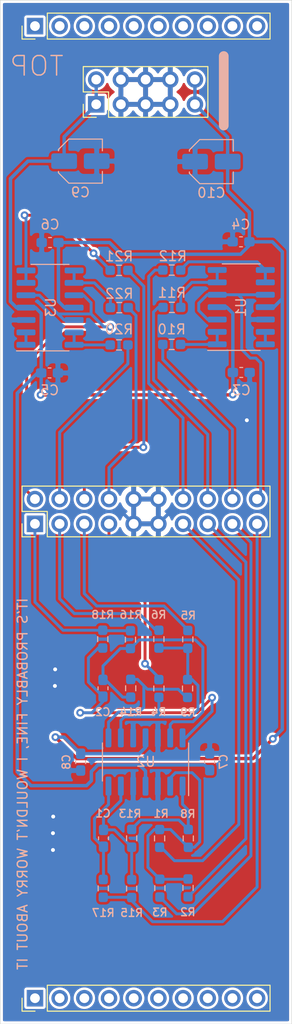
<source format=kicad_pcb>
(kicad_pcb (version 20171130) (host pcbnew "(5.1.10)-1")
  (layers (0 F.Cu signal) (31 B.Cu signal) (34 B.Paste user hide) (35 F.Paste user hide) (36 B.SilkS user) (37 F.SilkS user) (38 B.Mask user hide) (39 F.Mask user hide) (44 Edge.Cuts user))
  (net 0 "")
  (net 1 "Net-(C1-Pad2)")
  (net 2 "Net-(C1-Pad1)")
  (net 3 "Net-(C2-Pad2)")
  (net 4 "Net-(C2-Pad1)")
  (net 5 GND)
  (net 6 +12V)
  (net 7 -12V)
  (net 8 "Net-(R1-Pad1)")
  (net 9 "Net-(R4-Pad1)")
  (net 10 "Net-(R13-Pad2)")
  (net 11 "Net-(R14-Pad2)")
  (net 12 "Net-(R10-Pad2)")
  (net 13 "Net-(R11-Pad2)")
  (net 14 "Net-(R12-Pad2)")
  (net 15 "Net-(R20-Pad2)")
  (net 16 "Net-(R21-Pad2)")
  (net 17 "Net-(R22-Pad2)")
  (net 18 IN1_B)
  (net 19 IN2_B)
  (net 20 IN3_B)
  (net 21 2IN1_B)
  (net 22 2IN2_B)
  (net 23 2IN3_B)
  (net 24 OUT_B)
  (net 25 2OUT_B)
  (net 26 1MOUT_B)
  (net 27 2MOUT_B)
  (net 28 3MOUT_B)
  (net 29 4MOUT_B)
  (net 30 5MOUT_B)
  (net 31 6MOUT_B)
  (net 32 1INMLT_B)
  (net 33 2INMLT_B)
  (net 34 "Net-(U1-Pad13)")
  (net 35 "Net-(J20-Pad10)")
  (net 36 "Net-(J20-Pad9)")
  (net 37 "Net-(J20-Pad8)")
  (net 38 "Net-(J20-Pad7)")
  (net 39 "Net-(J20-Pad6)")
  (net 40 "Net-(J20-Pad5)")
  (net 41 "Net-(J20-Pad4)")
  (net 42 "Net-(J20-Pad3)")
  (net 43 "Net-(J20-Pad2)")
  (net 44 "Net-(J20-Pad1)")
  (net 45 "Net-(J22-Pad10)")
  (net 46 "Net-(J22-Pad9)")
  (net 47 "Net-(J22-Pad8)")
  (net 48 "Net-(J22-Pad7)")
  (net 49 "Net-(J22-Pad6)")
  (net 50 "Net-(J22-Pad5)")
  (net 51 "Net-(J22-Pad4)")
  (net 52 "Net-(J22-Pad3)")
  (net 53 "Net-(J22-Pad2)")
  (net 54 "Net-(J22-Pad1)")
  (net 55 "Net-(U3-Pad1)")
  (module Connector_PinHeader_2.54mm:PinHeader_1x10_P2.54mm_Vertical (layer F.Cu) (at 83.575 34.65 90)
    (fp_text reference J22)
    (fp_text value Conn_01x10_Female)
    (pad 10 thru_hole oval (at 0 22.86 90) (size 1.7 1.7) (drill 1) (layers *.Cu *.Mask) (net 45 "Net-(J22-Pad10)"))
    (pad 9 thru_hole oval (at 0 20.32 90) (size 1.7 1.7) (drill 1) (layers *.Cu *.Mask) (net 46 "Net-(J22-Pad9)"))
    (pad 8 thru_hole oval (at 0 17.78 90) (size 1.7 1.7) (drill 1) (layers *.Cu *.Mask) (net 47 "Net-(J22-Pad8)"))
    (pad 7 thru_hole oval (at 0 15.24 90) (size 1.7 1.7) (drill 1) (layers *.Cu *.Mask) (net 48 "Net-(J22-Pad7)"))
    (pad 6 thru_hole oval (at 0 12.7 90) (size 1.7 1.7) (drill 1) (layers *.Cu *.Mask) (net 49 "Net-(J22-Pad6)"))
    (pad 5 thru_hole oval (at 0 10.16 90) (size 1.7 1.7) (drill 1) (layers *.Cu *.Mask) (net 50 "Net-(J22-Pad5)"))
    (pad 4 thru_hole oval (at 0 7.62 90) (size 1.7 1.7) (drill 1) (layers *.Cu *.Mask) (net 51 "Net-(J22-Pad4)"))
    (pad 3 thru_hole oval (at 0 5.08 90) (size 1.7 1.7) (drill 1) (layers *.Cu *.Mask) (net 52 "Net-(J22-Pad3)"))
    (pad 2 thru_hole oval (at 0 2.54 90) (size 1.7 1.7) (drill 1) (layers *.Cu *.Mask) (net 53 "Net-(J22-Pad2)"))
    (pad 1 thru_hole rect (at 0 0 90) (size 1.7 1.7) (drill 1) (layers *.Cu *.Mask) (net 54 "Net-(J22-Pad1)"))
  )
  (module Connector_PinHeader_2.54mm:PinHeader_1x10_P2.54mm_Vertical (layer F.Cu) (at 83.575 134.35 90)
    (fp_text reference J20)
    (fp_text value Conn_01x10_Female)
    (pad 10 thru_hole oval (at 0 22.86 90) (size 1.7 1.7) (drill 1) (layers *.Cu *.Mask) (net 35 "Net-(J20-Pad10)"))
    (pad 9 thru_hole oval (at 0 20.32 90) (size 1.7 1.7) (drill 1) (layers *.Cu *.Mask) (net 36 "Net-(J20-Pad9)"))
    (pad 8 thru_hole oval (at 0 17.78 90) (size 1.7 1.7) (drill 1) (layers *.Cu *.Mask) (net 37 "Net-(J20-Pad8)"))
    (pad 7 thru_hole oval (at 0 15.24 90) (size 1.7 1.7) (drill 1) (layers *.Cu *.Mask) (net 38 "Net-(J20-Pad7)"))
    (pad 6 thru_hole oval (at 0 12.7 90) (size 1.7 1.7) (drill 1) (layers *.Cu *.Mask) (net 39 "Net-(J20-Pad6)"))
    (pad 5 thru_hole oval (at 0 10.16 90) (size 1.7 1.7) (drill 1) (layers *.Cu *.Mask) (net 40 "Net-(J20-Pad5)"))
    (pad 4 thru_hole oval (at 0 7.62 90) (size 1.7 1.7) (drill 1) (layers *.Cu *.Mask) (net 41 "Net-(J20-Pad4)"))
    (pad 3 thru_hole oval (at 0 5.08 90) (size 1.7 1.7) (drill 1) (layers *.Cu *.Mask) (net 42 "Net-(J20-Pad3)"))
    (pad 2 thru_hole oval (at 0 2.54 90) (size 1.7 1.7) (drill 1) (layers *.Cu *.Mask) (net 43 "Net-(J20-Pad2)"))
    (pad 1 thru_hole rect (at 0 0 90) (size 1.7 1.7) (drill 1) (layers *.Cu *.Mask) (net 44 "Net-(J20-Pad1)"))
  )
  (module Connector_PinHeader_2.54mm:PinHeader_2x10_P2.54mm_Vertical (layer F.Cu) (at 83.57 85.7 90)
    (fp_text reference J19)
    (fp_text value Conn_02x10_Odd_Even)
    (pad 20 thru_hole oval (at 2.54 22.86 90) (size 1.7 1.7) (drill 1) (layers *.Cu *.Mask) (net 32 1INMLT_B))
    (pad 19 thru_hole oval (at 0 22.86 90) (size 1.7 1.7) (drill 1) (layers *.Cu *.Mask) (net 24 OUT_B))
    (pad 18 thru_hole oval (at 2.54 20.32 90) (size 1.7 1.7) (drill 1) (layers *.Cu *.Mask) (net 26 1MOUT_B))
    (pad 17 thru_hole oval (at 0 20.32 90) (size 1.7 1.7) (drill 1) (layers *.Cu *.Mask) (net 20 IN3_B))
    (pad 16 thru_hole oval (at 2.54 17.78 90) (size 1.7 1.7) (drill 1) (layers *.Cu *.Mask) (net 27 2MOUT_B))
    (pad 15 thru_hole oval (at 0 17.78 90) (size 1.7 1.7) (drill 1) (layers *.Cu *.Mask) (net 19 IN2_B))
    (pad 14 thru_hole oval (at 2.54 15.24 90) (size 1.7 1.7) (drill 1) (layers *.Cu *.Mask) (net 28 3MOUT_B))
    (pad 13 thru_hole oval (at 0 15.24 90) (size 1.7 1.7) (drill 1) (layers *.Cu *.Mask) (net 18 IN1_B))
    (pad 12 thru_hole oval (at 2.54 12.7 90) (size 1.7 1.7) (drill 1) (layers *.Cu *.Mask) (net 5 GND))
    (pad 11 thru_hole oval (at 0 12.7 90) (size 1.7 1.7) (drill 1) (layers *.Cu *.Mask) (net 5 GND))
    (pad 10 thru_hole oval (at 2.54 10.16 90) (size 1.7 1.7) (drill 1) (layers *.Cu *.Mask) (net 5 GND))
    (pad 9 thru_hole oval (at 0 10.16 90) (size 1.7 1.7) (drill 1) (layers *.Cu *.Mask) (net 5 GND))
    (pad 8 thru_hole oval (at 2.54 7.62 90) (size 1.7 1.7) (drill 1) (layers *.Cu *.Mask) (net 31 6MOUT_B))
    (pad 7 thru_hole oval (at 0 7.62 90) (size 1.7 1.7) (drill 1) (layers *.Cu *.Mask) (net 21 2IN1_B))
    (pad 6 thru_hole oval (at 2.54 5.08 90) (size 1.7 1.7) (drill 1) (layers *.Cu *.Mask) (net 30 5MOUT_B))
    (pad 5 thru_hole oval (at 0 5.08 90) (size 1.7 1.7) (drill 1) (layers *.Cu *.Mask) (net 22 2IN2_B))
    (pad 4 thru_hole oval (at 2.54 2.54 90) (size 1.7 1.7) (drill 1) (layers *.Cu *.Mask) (net 29 4MOUT_B))
    (pad 3 thru_hole oval (at 0 2.54 90) (size 1.7 1.7) (drill 1) (layers *.Cu *.Mask) (net 23 2IN3_B))
    (pad 2 thru_hole oval (at 2.54 0 90) (size 1.7 1.7) (drill 1) (layers *.Cu *.Mask) (net 33 2INMLT_B))
    (pad 1 thru_hole rect (at 0 0 90) (size 1.7 1.7) (drill 1) (layers *.Cu *.Mask) (net 25 2OUT_B))
  )
  (module Package_SO:SOIC-14_3.9x8.7mm_P1.27mm (layer B.Cu) (at 85.125 63.525)
    (fp_text reference U3 (at 0.075 -0.025 90) (layer B.SilkS) (effects (justify mirror)))
    (fp_text value TL074)
    (pad 14 smd roundrect (at 2.475 3.81) (size 1.95 0.6) (layers B.Cu B.Paste B.Mask) (net 15 "Net-(R20-Pad2)"))
    (pad 13 smd roundrect (at 2.475 2.54) (size 1.95 0.6) (layers B.Cu B.Paste B.Mask) (net 15 "Net-(R20-Pad2)"))
    (pad 12 smd roundrect (at 2.475 1.27) (size 1.95 0.6) (layers B.Cu B.Paste B.Mask) (net 33 2INMLT_B))
    (pad 11 smd roundrect (at 2.475 0) (size 1.95 0.6) (layers B.Cu B.Paste B.Mask) (net 7 -12V))
    (pad 10 smd roundrect (at 2.475 -1.27) (size 1.95 0.6) (layers B.Cu B.Paste B.Mask) (net 33 2INMLT_B))
    (pad 9 smd roundrect (at 2.475 -2.54) (size 1.95 0.6) (layers B.Cu B.Paste B.Mask) (net 17 "Net-(R22-Pad2)"))
    (pad 8 smd roundrect (at 2.475 -3.81) (size 1.95 0.6) (layers B.Cu B.Paste B.Mask) (net 17 "Net-(R22-Pad2)"))
    (pad 7 smd roundrect (at -2.475 -3.81) (size 1.95 0.6) (layers B.Cu B.Paste B.Mask) (net 16 "Net-(R21-Pad2)"))
    (pad 6 smd roundrect (at -2.475 -2.54) (size 1.95 0.6) (layers B.Cu B.Paste B.Mask) (net 16 "Net-(R21-Pad2)"))
    (pad 5 smd roundrect (at -2.475 -1.27) (size 1.95 0.6) (layers B.Cu B.Paste B.Mask) (net 33 2INMLT_B))
    (pad 4 smd roundrect (at -2.475 0) (size 1.95 0.6) (layers B.Cu B.Paste B.Mask) (net 6 +12V))
    (pad 3 smd roundrect (at -2.475 1.27) (size 1.95 0.6) (layers B.Cu B.Paste B.Mask) (net 5 GND))
    (pad 2 smd roundrect (at -2.475 2.54) (size 1.95 0.6) (layers B.Cu B.Paste B.Mask) (net 55 "Net-(U3-Pad1)"))
    (pad 1 smd roundrect (at -2.475 3.81) (size 1.95 0.6) (layers B.Cu B.Paste B.Mask) (net 55 "Net-(U3-Pad1)"))
  )
  (module Package_SO:SOIC-14_3.9x8.7mm_P1.27mm (layer B.Cu) (at 94.95 110.125 90)
    (fp_text reference U2 (at 0.025 0.025 180) (layer B.SilkS) (effects (justify mirror)))
    (fp_text value TL074)
    (pad 14 smd roundrect (at 2.475 3.81 90) (size 1.95 0.6) (layers B.Cu B.Paste B.Mask) (net 4 "Net-(C2-Pad1)"))
    (pad 13 smd roundrect (at 2.475 2.54 90) (size 1.95 0.6) (layers B.Cu B.Paste B.Mask) (net 3 "Net-(C2-Pad2)"))
    (pad 12 smd roundrect (at 2.475 1.27 90) (size 1.95 0.6) (layers B.Cu B.Paste B.Mask) (net 5 GND))
    (pad 11 smd roundrect (at 2.475 0 90) (size 1.95 0.6) (layers B.Cu B.Paste B.Mask) (net 7 -12V))
    (pad 10 smd roundrect (at 2.475 -1.27 90) (size 1.95 0.6) (layers B.Cu B.Paste B.Mask) (net 5 GND))
    (pad 9 smd roundrect (at 2.475 -2.54 90) (size 1.95 0.6) (layers B.Cu B.Paste B.Mask) (net 9 "Net-(R4-Pad1)"))
    (pad 8 smd roundrect (at 2.475 -3.81 90) (size 1.95 0.6) (layers B.Cu B.Paste B.Mask) (net 11 "Net-(R14-Pad2)"))
    (pad 7 smd roundrect (at -2.475 -3.81 90) (size 1.95 0.6) (layers B.Cu B.Paste B.Mask) (net 2 "Net-(C1-Pad1)"))
    (pad 6 smd roundrect (at -2.475 -2.54 90) (size 1.95 0.6) (layers B.Cu B.Paste B.Mask) (net 1 "Net-(C1-Pad2)"))
    (pad 5 smd roundrect (at -2.475 -1.27 90) (size 1.95 0.6) (layers B.Cu B.Paste B.Mask) (net 5 GND))
    (pad 4 smd roundrect (at -2.475 0 90) (size 1.95 0.6) (layers B.Cu B.Paste B.Mask) (net 6 +12V))
    (pad 3 smd roundrect (at -2.475 1.27 90) (size 1.95 0.6) (layers B.Cu B.Paste B.Mask) (net 5 GND))
    (pad 2 smd roundrect (at -2.475 2.54 90) (size 1.95 0.6) (layers B.Cu B.Paste B.Mask) (net 8 "Net-(R1-Pad1)"))
    (pad 1 smd roundrect (at -2.475 3.81 90) (size 1.95 0.6) (layers B.Cu B.Paste B.Mask) (net 10 "Net-(R13-Pad2)"))
  )
  (module Package_SO:SOIC-14_3.9x8.7mm_P1.27mm (layer B.Cu) (at 104.8 63.475)
    (fp_text reference U1 (at -0.025 0.025 90) (layer B.SilkS) (effects (justify mirror)))
    (fp_text value TL074)
    (pad 14 smd roundrect (at 2.475 3.81) (size 1.95 0.6) (layers B.Cu B.Paste B.Mask) (net 34 "Net-(U1-Pad13)"))
    (pad 13 smd roundrect (at 2.475 2.54) (size 1.95 0.6) (layers B.Cu B.Paste B.Mask) (net 34 "Net-(U1-Pad13)"))
    (pad 12 smd roundrect (at 2.475 1.27) (size 1.95 0.6) (layers B.Cu B.Paste B.Mask) (net 5 GND))
    (pad 11 smd roundrect (at 2.475 0) (size 1.95 0.6) (layers B.Cu B.Paste B.Mask) (net 7 -12V))
    (pad 10 smd roundrect (at 2.475 -1.27) (size 1.95 0.6) (layers B.Cu B.Paste B.Mask) (net 32 1INMLT_B))
    (pad 9 smd roundrect (at 2.475 -2.54) (size 1.95 0.6) (layers B.Cu B.Paste B.Mask) (net 14 "Net-(R12-Pad2)"))
    (pad 8 smd roundrect (at 2.475 -3.81) (size 1.95 0.6) (layers B.Cu B.Paste B.Mask) (net 14 "Net-(R12-Pad2)"))
    (pad 7 smd roundrect (at -2.475 -3.81) (size 1.95 0.6) (layers B.Cu B.Paste B.Mask) (net 13 "Net-(R11-Pad2)"))
    (pad 6 smd roundrect (at -2.475 -2.54) (size 1.95 0.6) (layers B.Cu B.Paste B.Mask) (net 13 "Net-(R11-Pad2)"))
    (pad 5 smd roundrect (at -2.475 -1.27) (size 1.95 0.6) (layers B.Cu B.Paste B.Mask) (net 32 1INMLT_B))
    (pad 4 smd roundrect (at -2.475 0) (size 1.95 0.6) (layers B.Cu B.Paste B.Mask) (net 6 +12V))
    (pad 3 smd roundrect (at -2.475 1.27) (size 1.95 0.6) (layers B.Cu B.Paste B.Mask) (net 32 1INMLT_B))
    (pad 2 smd roundrect (at -2.475 2.54) (size 1.95 0.6) (layers B.Cu B.Paste B.Mask) (net 12 "Net-(R10-Pad2)"))
    (pad 1 smd roundrect (at -2.475 3.81) (size 1.95 0.6) (layers B.Cu B.Paste B.Mask) (net 12 "Net-(R10-Pad2)"))
  )
  (module Resistor_SMD:R_0603_1608Metric_Pad0.98x0.95mm_HandSolder (layer B.Cu) (at 92.25 63.525 180)
    (fp_text reference R22 (at 0 1.43) (layer B.SilkS) (effects (justify mirror)))
    (fp_text value 100R)
    (pad 2 smd roundrect (at 0.9125 0 180) (size 0.975 0.95) (layers B.Cu B.Paste B.Mask) (net 17 "Net-(R22-Pad2)"))
    (pad 1 smd roundrect (at -0.9125 0 180) (size 0.975 0.95) (layers B.Cu B.Paste B.Mask) (net 31 6MOUT_B))
  )
  (module Resistor_SMD:R_0603_1608Metric_Pad0.98x0.95mm_HandSolder (layer B.Cu) (at 92.225 59.7 180)
    (fp_text reference R21 (at 0 1.43) (layer B.SilkS) (effects (justify mirror)))
    (fp_text value 100R)
    (pad 2 smd roundrect (at 0.9125 0 180) (size 0.975 0.95) (layers B.Cu B.Paste B.Mask) (net 16 "Net-(R21-Pad2)"))
    (pad 1 smd roundrect (at -0.9125 0 180) (size 0.975 0.95) (layers B.Cu B.Paste B.Mask) (net 30 5MOUT_B))
  )
  (module Resistor_SMD:R_0603_1608Metric_Pad0.98x0.95mm_HandSolder (layer B.Cu) (at 92.225 67.35 180)
    (fp_text reference R20 (at 0 1.6) (layer B.SilkS) (effects (justify mirror)))
    (fp_text value 100R)
    (pad 2 smd roundrect (at 0.9125 0 180) (size 0.975 0.95) (layers B.Cu B.Paste B.Mask) (net 15 "Net-(R20-Pad2)"))
    (pad 1 smd roundrect (at -0.9125 0 180) (size 0.975 0.95) (layers B.Cu B.Paste B.Mask) (net 29 4MOUT_B))
  )
  (module Resistor_SMD:R_0603_1608Metric_Pad0.98x0.95mm_HandSolder (layer B.Cu) (at 90.55 97.525 270)
    (fp_text reference R18 (at -2.5 0 180) (layer B.SilkS) (effects (font (size 0.8 0.8)) (justify mirror)))
    (fp_text value 100R)
    (pad 2 smd roundrect (at 0.9125 0 270) (size 0.975 0.95) (layers B.Cu B.Paste B.Mask) (net 4 "Net-(C2-Pad1)"))
    (pad 1 smd roundrect (at -0.9125 0 270) (size 0.975 0.95) (layers B.Cu B.Paste B.Mask) (net 25 2OUT_B))
  )
  (module Resistor_SMD:R_0603_1608Metric_Pad0.98x0.95mm_HandSolder (layer B.Cu) (at 90.6 123.0875 90)
    (fp_text reference R17 (at -2.5125 0) (layer B.SilkS) (effects (font (size 0.8 0.8)) (justify mirror)))
    (fp_text value 100R)
    (pad 2 smd roundrect (at 0.9125 0 90) (size 0.975 0.95) (layers B.Cu B.Paste B.Mask) (net 2 "Net-(C1-Pad1)"))
    (pad 1 smd roundrect (at -0.9125 0 90) (size 0.975 0.95) (layers B.Cu B.Paste B.Mask) (net 24 OUT_B))
  )
  (module Resistor_SMD:R_0603_1608Metric_Pad0.98x0.95mm_HandSolder (layer B.Cu) (at 93.4 97.575 270)
    (fp_text reference R16 (at -2.55 -0.05 180) (layer B.SilkS) (effects (font (size 0.8 0.8)) (justify mirror)))
    (fp_text value 100k)
    (pad 2 smd roundrect (at 0.9125 0 270) (size 0.975 0.95) (layers B.Cu B.Paste B.Mask) (net 3 "Net-(C2-Pad2)"))
    (pad 1 smd roundrect (at -0.9125 0 270) (size 0.975 0.95) (layers B.Cu B.Paste B.Mask) (net 25 2OUT_B))
  )
  (module Resistor_SMD:R_0603_1608Metric_Pad0.98x0.95mm_HandSolder (layer B.Cu) (at 93.525 123.1125 90)
    (fp_text reference R15 (at -2.4875 0) (layer B.SilkS) (effects (font (size 0.8 0.8)) (justify mirror)))
    (fp_text value 100k)
    (pad 2 smd roundrect (at 0.9125 0 90) (size 0.975 0.95) (layers B.Cu B.Paste B.Mask) (net 1 "Net-(C1-Pad2)"))
    (pad 1 smd roundrect (at -0.9125 0 90) (size 0.975 0.95) (layers B.Cu B.Paste B.Mask) (net 24 OUT_B))
  )
  (module Resistor_SMD:R_0603_1608Metric_Pad0.98x0.95mm_HandSolder (layer B.Cu) (at 93.425 102.5625 90)
    (fp_text reference R14 (at -2.4375 0.025 180) (layer B.SilkS) (effects (font (size 0.8 0.8)) (justify mirror)))
    (fp_text value 100k)
    (pad 2 smd roundrect (at 0.9125 0 90) (size 0.975 0.95) (layers B.Cu B.Paste B.Mask) (net 11 "Net-(R14-Pad2)"))
    (pad 1 smd roundrect (at -0.9125 0 90) (size 0.975 0.95) (layers B.Cu B.Paste B.Mask) (net 3 "Net-(C2-Pad2)"))
  )
  (module Resistor_SMD:R_0603_1608Metric_Pad0.98x0.95mm_HandSolder (layer B.Cu) (at 93.525 117.95 90)
    (fp_text reference R13 (at 2.525 -0.175 180) (layer B.SilkS) (effects (font (size 0.8 0.8)) (justify mirror)))
    (fp_text value 100k)
    (pad 2 smd roundrect (at 0.9125 0 90) (size 0.975 0.95) (layers B.Cu B.Paste B.Mask) (net 10 "Net-(R13-Pad2)"))
    (pad 1 smd roundrect (at -0.9125 0 90) (size 0.975 0.95) (layers B.Cu B.Paste B.Mask) (net 1 "Net-(C1-Pad2)"))
  )
  (module Resistor_SMD:R_0603_1608Metric_Pad0.98x0.95mm_HandSolder (layer B.Cu) (at 97.65 59.675)
    (fp_text reference R12 (at 0.1 -1.425) (layer B.SilkS) (effects (justify mirror)))
    (fp_text value 100R)
    (pad 2 smd roundrect (at 0.9125 0) (size 0.975 0.95) (layers B.Cu B.Paste B.Mask) (net 14 "Net-(R12-Pad2)"))
    (pad 1 smd roundrect (at -0.9125 0) (size 0.975 0.95) (layers B.Cu B.Paste B.Mask) (net 28 3MOUT_B))
  )
  (module Resistor_SMD:R_0603_1608Metric_Pad0.98x0.95mm_HandSolder (layer B.Cu) (at 97.6625 63.5)
    (fp_text reference R11 (at 0 -1.5) (layer B.SilkS) (effects (justify mirror)))
    (fp_text value 100R)
    (pad 2 smd roundrect (at 0.9125 0) (size 0.975 0.95) (layers B.Cu B.Paste B.Mask) (net 13 "Net-(R11-Pad2)"))
    (pad 1 smd roundrect (at -0.9125 0) (size 0.975 0.95) (layers B.Cu B.Paste B.Mask) (net 27 2MOUT_B))
  )
  (module Resistor_SMD:R_0603_1608Metric_Pad0.98x0.95mm_HandSolder (layer B.Cu) (at 97.6375 67.3)
    (fp_text reference R10 (at 0 -1.55) (layer B.SilkS) (effects (justify mirror)))
    (fp_text value 100R)
    (pad 2 smd roundrect (at 0.9125 0) (size 0.975 0.95) (layers B.Cu B.Paste B.Mask) (net 12 "Net-(R10-Pad2)"))
    (pad 1 smd roundrect (at -0.9125 0) (size 0.975 0.95) (layers B.Cu B.Paste B.Mask) (net 26 1MOUT_B))
  )
  (module Resistor_SMD:R_0603_1608Metric_Pad0.98x0.95mm_HandSolder (layer B.Cu) (at 99.275 102.5875 90)
    (fp_text reference R9 (at -2.4375 0.025 180) (layer B.SilkS) (effects (font (size 0.8 0.8)) (justify mirror)))
    (fp_text value 100k)
    (pad 2 smd roundrect (at 0.9125 0 90) (size 0.975 0.95) (layers B.Cu B.Paste B.Mask) (net 9 "Net-(R4-Pad1)"))
    (pad 1 smd roundrect (at -0.9125 0 90) (size 0.975 0.95) (layers B.Cu B.Paste B.Mask) (net 11 "Net-(R14-Pad2)"))
  )
  (module Resistor_SMD:R_0603_1608Metric_Pad0.98x0.95mm_HandSolder (layer B.Cu) (at 99.35 117.9625 270)
    (fp_text reference R8 (at -2.5125 0.05) (layer B.SilkS) (effects (font (size 0.8 0.8)) (justify mirror)))
    (fp_text value 100k)
    (pad 2 smd roundrect (at 0.9125 0 270) (size 0.975 0.95) (layers B.Cu B.Paste B.Mask) (net 8 "Net-(R1-Pad1)"))
    (pad 1 smd roundrect (at -0.9125 0 270) (size 0.975 0.95) (layers B.Cu B.Paste B.Mask) (net 10 "Net-(R13-Pad2)"))
  )
  (module Resistor_SMD:R_0603_1608Metric_Pad0.98x0.95mm_HandSolder (layer B.Cu) (at 96.325 97.525 90)
    (fp_text reference R6 (at 2.5 -0.025 180) (layer B.SilkS) (effects (font (size 0.8 0.8)) (justify mirror)))
    (fp_text value 100k)
    (pad 2 smd roundrect (at 0.9125 0 90) (size 0.975 0.95) (layers B.Cu B.Paste B.Mask) (net 23 2IN3_B))
    (pad 1 smd roundrect (at -0.9125 0 90) (size 0.975 0.95) (layers B.Cu B.Paste B.Mask) (net 9 "Net-(R4-Pad1)"))
  )
  (module Resistor_SMD:R_0603_1608Metric_Pad0.98x0.95mm_HandSolder (layer B.Cu) (at 99.3 97.55 90)
    (fp_text reference R5 (at 2.45 0.05 180) (layer B.SilkS) (effects (font (size 0.8 0.8)) (justify mirror)))
    (fp_text value 100k)
    (pad 2 smd roundrect (at 0.9125 0 90) (size 0.975 0.95) (layers B.Cu B.Paste B.Mask) (net 22 2IN2_B))
    (pad 1 smd roundrect (at -0.9125 0 90) (size 0.975 0.95) (layers B.Cu B.Paste B.Mask) (net 9 "Net-(R4-Pad1)"))
  )
  (module Resistor_SMD:R_0603_1608Metric_Pad0.98x0.95mm_HandSolder (layer B.Cu) (at 96.325 102.5875 90)
    (fp_text reference R4 (at -2.4125 -0.025 180) (layer B.SilkS) (effects (font (size 0.8 0.8)) (justify mirror)))
    (fp_text value 100k)
    (pad 2 smd roundrect (at 0.9125 0 90) (size 0.975 0.95) (layers B.Cu B.Paste B.Mask) (net 21 2IN1_B))
    (pad 1 smd roundrect (at -0.9125 0 90) (size 0.975 0.95) (layers B.Cu B.Paste B.Mask) (net 9 "Net-(R4-Pad1)"))
  )
  (module Resistor_SMD:R_0603_1608Metric_Pad0.98x0.95mm_HandSolder (layer B.Cu) (at 96.425 123.0625 270)
    (fp_text reference R3 (at 2.4875 0) (layer B.SilkS) (effects (font (size 0.8 0.8)) (justify mirror)))
    (fp_text value 100k)
    (pad 2 smd roundrect (at 0.9125 0 270) (size 0.975 0.95) (layers B.Cu B.Paste B.Mask) (net 20 IN3_B))
    (pad 1 smd roundrect (at -0.9125 0 270) (size 0.975 0.95) (layers B.Cu B.Paste B.Mask) (net 8 "Net-(R1-Pad1)"))
  )
  (module Resistor_SMD:R_0603_1608Metric_Pad0.98x0.95mm_HandSolder (layer B.Cu) (at 99.325 123.0375 270)
    (fp_text reference R2 (at 2.4875 0.025) (layer B.SilkS) (effects (font (size 0.8 0.8)) (justify mirror)))
    (fp_text value 100k)
    (pad 2 smd roundrect (at 0.9125 0 270) (size 0.975 0.95) (layers B.Cu B.Paste B.Mask) (net 19 IN2_B))
    (pad 1 smd roundrect (at -0.9125 0 270) (size 0.975 0.95) (layers B.Cu B.Paste B.Mask) (net 8 "Net-(R1-Pad1)"))
  )
  (module Resistor_SMD:R_0603_1608Metric_Pad0.98x0.95mm_HandSolder (layer B.Cu) (at 96.4 117.9625 270)
    (fp_text reference R1 (at -2.5375 -0.15) (layer B.SilkS) (effects (font (size 0.8 0.8)) (justify mirror)))
    (fp_text value 100k)
    (pad 2 smd roundrect (at 0.9125 0 270) (size 0.975 0.95) (layers B.Cu B.Paste B.Mask) (net 18 IN1_B))
    (pad 1 smd roundrect (at -0.9125 0 270) (size 0.975 0.95) (layers B.Cu B.Paste B.Mask) (net 8 "Net-(R1-Pad1)"))
  )
  (module Connector_PinHeader_2.54mm:PinHeader_2x05_P2.54mm_Vertical (layer F.Cu) (at 89.875 42.675 90)
    (fp_text reference J17)
    (fp_text value Conn_02x05_Odd_Even)
    (pad 10 thru_hole oval (at 2.54 10.16 90) (size 1.7 1.7) (drill 1) (layers *.Cu *.Mask) (net 7 -12V))
    (pad 9 thru_hole oval (at 0 10.16 90) (size 1.7 1.7) (drill 1) (layers *.Cu *.Mask) (net 7 -12V))
    (pad 8 thru_hole oval (at 2.54 7.62 90) (size 1.7 1.7) (drill 1) (layers *.Cu *.Mask) (net 5 GND))
    (pad 7 thru_hole oval (at 0 7.62 90) (size 1.7 1.7) (drill 1) (layers *.Cu *.Mask) (net 5 GND))
    (pad 6 thru_hole oval (at 2.54 5.08 90) (size 1.7 1.7) (drill 1) (layers *.Cu *.Mask) (net 5 GND))
    (pad 5 thru_hole oval (at 0 5.08 90) (size 1.7 1.7) (drill 1) (layers *.Cu *.Mask) (net 5 GND))
    (pad 4 thru_hole oval (at 2.54 2.54 90) (size 1.7 1.7) (drill 1) (layers *.Cu *.Mask) (net 5 GND))
    (pad 3 thru_hole oval (at 0 2.54 90) (size 1.7 1.7) (drill 1) (layers *.Cu *.Mask) (net 5 GND))
    (pad 2 thru_hole oval (at 2.54 0 90) (size 1.7 1.7) (drill 1) (layers *.Cu *.Mask) (net 6 +12V))
    (pad 1 thru_hole rect (at 0 0 90) (size 1.7 1.7) (drill 1) (layers *.Cu *.Mask) (net 6 +12V))
  )
  (module Capacitor_SMD:C_Elec_4x5.4 (layer B.Cu) (at 101.725 48.55)
    (fp_text reference C10 (at 0 3.2) (layer B.SilkS) (effects (justify mirror)))
    (fp_text value 10u)
    (pad 2 smd roundrect (at 1.675 0) (size 2.65 1.6) (layers B.Cu B.Paste B.Mask) (roundrect_rratio 0.15625) (net 7 -12V))
    (pad 1 smd roundrect (at -1.675 0) (size 2.65 1.6) (layers B.Cu B.Paste B.Mask) (roundrect_rratio 0.15625) (net 5 GND))
  )
  (module Capacitor_SMD:C_Elec_4x5.4 (layer B.Cu) (at 88.25 48.5)
    (fp_text reference C9 (at 0 3.2) (layer B.SilkS) (effects (justify mirror)))
    (fp_text value 10u)
    (pad 2 smd roundrect (at 1.675 0) (size 2.65 1.6) (layers B.Cu B.Paste B.Mask) (roundrect_rratio 0.15625) (net 5 GND))
    (pad 1 smd roundrect (at -1.675 0) (size 2.65 1.6) (layers B.Cu B.Paste B.Mask) (roundrect_rratio 0.15625) (net 6 +12V))
  )
  (module Capacitor_SMD:C_0603_1608Metric_Pad1.08x0.95mm_HandSolder (layer B.Cu) (at 88.275 110.1375 90)
    (fp_text reference C8 (at 0.0125 -1.475 270) (layer B.SilkS) (effects (font (size 0.8 0.8)) (justify mirror)))
    (fp_text value 100n)
    (pad 2 smd roundrect (at 0.8625 0 90) (size 1.075 0.95) (layers B.Cu B.Paste B.Mask) (net 7 -12V))
    (pad 1 smd roundrect (at -0.8625 0 90) (size 1.075 0.95) (layers B.Cu B.Paste B.Mask) (net 5 GND))
  )
  (module Capacitor_SMD:C_0603_1608Metric_Pad1.08x0.95mm_HandSolder (layer B.Cu) (at 101.55 110.1 90)
    (fp_text reference C7 (at 0 1.43 270) (layer B.SilkS) (effects (font (size 0.8 0.8)) (justify mirror)))
    (fp_text value 100n)
    (pad 2 smd roundrect (at 0.8625 0 90) (size 1.075 0.95) (layers B.Cu B.Paste B.Mask) (net 5 GND))
    (pad 1 smd roundrect (at -0.8625 0 90) (size 1.075 0.95) (layers B.Cu B.Paste B.Mask) (net 6 +12V))
  )
  (module Capacitor_SMD:C_0603_1608Metric_Pad1.08x0.95mm_HandSolder (layer B.Cu) (at 85.125 56.85)
    (fp_text reference C6 (at 0 -1.85) (layer B.SilkS) (effects (justify mirror)))
    (fp_text value 100n)
    (pad 2 smd roundrect (at 0.8625 0) (size 1.075 0.95) (layers B.Cu B.Paste B.Mask) (net 7 -12V))
    (pad 1 smd roundrect (at -0.8625 0) (size 1.075 0.95) (layers B.Cu B.Paste B.Mask) (net 5 GND))
  )
  (module Capacitor_SMD:C_0603_1608Metric_Pad1.08x0.95mm_HandSolder (layer B.Cu) (at 85.075 70.225)
    (fp_text reference C5 (at 0 1.775) (layer B.SilkS) (effects (justify mirror)))
    (fp_text value 100n)
    (pad 2 smd roundrect (at 0.8625 0) (size 1.075 0.95) (layers B.Cu B.Paste B.Mask) (net 5 GND))
    (pad 1 smd roundrect (at -0.8625 0) (size 1.075 0.95) (layers B.Cu B.Paste B.Mask) (net 6 +12V))
  )
  (module Capacitor_SMD:C_0603_1608Metric_Pad1.08x0.95mm_HandSolder (layer B.Cu) (at 104.775 56.775)
    (fp_text reference C4 (at -0.025 -1.775) (layer B.SilkS) (effects (justify mirror)))
    (fp_text value 100n)
    (pad 2 smd roundrect (at 0.8625 0) (size 1.075 0.95) (layers B.Cu B.Paste B.Mask) (net 7 -12V))
    (pad 1 smd roundrect (at -0.8625 0) (size 1.075 0.95) (layers B.Cu B.Paste B.Mask) (net 5 GND))
  )
  (module Capacitor_SMD:C_0603_1608Metric_Pad1.08x0.95mm_HandSolder (layer B.Cu) (at 104.8 70.175)
    (fp_text reference C3 (at 0 1.825) (layer B.SilkS) (effects (justify mirror)))
    (fp_text value 100n)
    (pad 2 smd roundrect (at 0.8625 0) (size 1.075 0.95) (layers B.Cu B.Paste B.Mask) (net 5 GND))
    (pad 1 smd roundrect (at -0.8625 0) (size 1.075 0.95) (layers B.Cu B.Paste B.Mask) (net 6 +12V))
  )
  (module Capacitor_SMD:C_0603_1608Metric_Pad1.08x0.95mm_HandSolder (layer B.Cu) (at 90.575 102.5625 90)
    (fp_text reference C2 (at -2.4375 -0.025 180) (layer B.SilkS) (effects (font (size 0.8 0.8)) (justify mirror)))
    (fp_text value 47p)
    (pad 2 smd roundrect (at 0.8625 0 90) (size 1.075 0.95) (layers B.Cu B.Paste B.Mask) (net 3 "Net-(C2-Pad2)"))
    (pad 1 smd roundrect (at -0.8625 0 90) (size 1.075 0.95) (layers B.Cu B.Paste B.Mask) (net 4 "Net-(C2-Pad1)"))
  )
  (module Capacitor_SMD:C_0603_1608Metric_Pad1.08x0.95mm_HandSolder (layer B.Cu) (at 90.625 117.95 90)
    (fp_text reference C1 (at 2.55 -0.05) (layer B.SilkS) (effects (font (size 0.8 0.8)) (justify mirror)))
    (fp_text value 47p)
    (pad 2 smd roundrect (at 0.8625 0 90) (size 1.075 0.95) (layers B.Cu B.Paste B.Mask) (net 1 "Net-(C1-Pad2)"))
    (pad 1 smd roundrect (at -0.8625 0 90) (size 1.075 0.95) (layers B.Cu B.Paste B.Mask) (net 2 "Net-(C1-Pad1)"))
  )
  (gr_text TOP (at 83.75 38.75) (layer B.SilkS) (effects (font (size 2 2)) (justify mirror)))
  (gr_line (start 103 37.725) (end 103 44.85) (layer B.SilkS) (width 1))
  (gr_text "IT'S PROBABLY FINE, I WOULDN'T WORRY ABOUT IT" (at 82.3 112.375 90) (layer B.SilkS) (effects (font (size 1 1)) (justify mirror)))
  (gr_line (start 80 137) (end 80 32) (layer Edge.Cuts) (width 0.05))
  (gr_line (start 110 137) (end 80 137) (layer Edge.Cuts) (width 0.05))
  (gr_line (start 110 32) (end 110 137) (layer Edge.Cuts) (width 0.05))
  (gr_line (start 80 32) (end 110 32) (layer Edge.Cuts) (width 0.05))
  (segment (start 93.525 118.8625) (end 93.525 122.2) (width 0.3) (layer B.Cu) (net 1))
  (segment (start 91.75 117.0875) (end 93.525 118.8625) (width 0.3) (layer B.Cu) (net 1))
  (segment (start 90.625 117.0875) (end 91.75 117.0875) (width 0.3) (layer B.Cu) (net 1))
  (segment (start 90.625 117.0875) (end 90.625 115.875) (width 0.3) (layer B.Cu) (net 1))
  (segment (start 92.41 114.09) (end 92.41 112.6) (width 0.3) (layer B.Cu) (net 1))
  (segment (start 90.625 115.875) (end 92.41 114.09) (width 0.3) (layer B.Cu) (net 1))
  (segment (start 90.625 122.15) (end 90.6 122.175) (width 0.3) (layer B.Cu) (net 2))
  (segment (start 90.625 118.8125) (end 90.625 122.15) (width 0.3) (layer B.Cu) (net 2))
  (segment (start 90.625 118.8125) (end 90.5625 118.8125) (width 0.3) (layer B.Cu) (net 2))
  (segment (start 90.5625 118.8125) (end 89.7 117.95) (width 0.3) (layer B.Cu) (net 2))
  (segment (start 89.7 117.95) (end 89.7 115.925) (width 0.3) (layer B.Cu) (net 2))
  (segment (start 91.14 114.485) (end 91.14 112.6) (width 0.3) (layer B.Cu) (net 2))
  (segment (start 89.7 115.925) (end 91.14 114.485) (width 0.3) (layer B.Cu) (net 2))
  (segment (start 90.575 101.7) (end 90.575 100.275) (width 0.3) (layer B.Cu) (net 3))
  (segment (start 92.3625 98.4875) (end 93.4 98.4875) (width 0.3) (layer B.Cu) (net 3))
  (segment (start 90.575 100.275) (end 92.3625 98.4875) (width 0.3) (layer B.Cu) (net 3))
  (segment (start 90.575 101.7) (end 90.825 101.7) (width 0.3) (layer B.Cu) (net 3))
  (segment (start 92.6 103.475) (end 93.425 103.475) (width 0.3) (layer B.Cu) (net 3))
  (segment (start 90.825 101.7) (end 92.6 103.475) (width 0.3) (layer B.Cu) (net 3))
  (segment (start 97.49 107.65) (end 97.49 106.285) (width 0.3) (layer B.Cu) (net 3))
  (segment (start 100.85001 104.98211) (end 100.85001 98.37501) (width 0.3) (layer B.Cu) (net 3))
  (segment (start 99.83211 106.00001) (end 100.85001 104.98211) (width 0.3) (layer B.Cu) (net 3))
  (segment (start 97.77499 106.00001) (end 99.83211 106.00001) (width 0.3) (layer B.Cu) (net 3))
  (segment (start 97.49 106.285) (end 97.77499 106.00001) (width 0.3) (layer B.Cu) (net 3))
  (segment (start 94.28751 97.59999) (end 93.4 98.4875) (width 0.3) (layer B.Cu) (net 3))
  (segment (start 100.07499 97.59999) (end 94.28751 97.59999) (width 0.3) (layer B.Cu) (net 3))
  (segment (start 100.85001 98.37501) (end 100.07499 97.59999) (width 0.3) (layer B.Cu) (net 3))
  (segment (start 90.55 98.4375) (end 90.0875 98.4375) (width 0.3) (layer B.Cu) (net 4))
  (segment (start 90.0875 98.4375) (end 89.075 99.45) (width 0.3) (layer B.Cu) (net 4))
  (segment (start 89.075 101.925) (end 90.575 103.425) (width 0.3) (layer B.Cu) (net 4))
  (segment (start 89.075 99.45) (end 89.075 101.925) (width 0.3) (layer B.Cu) (net 4))
  (via (at 101.8 103.525) (size 0.8) (drill 0.4) (layers F.Cu B.Cu) (net 4))
  (segment (start 98.76 107.65) (end 99.075 107.65) (width 0.3) (layer B.Cu) (net 4))
  (segment (start 101.8 104.925) (end 101.8 103.525) (width 0.3) (layer B.Cu) (net 4))
  (segment (start 99.075 107.65) (end 101.8 104.925) (width 0.3) (layer B.Cu) (net 4))
  (via (at 88.225 105.075) (size 0.8) (drill 0.4) (layers F.Cu B.Cu) (net 4))
  (segment (start 100.25 105.075) (end 101.8 103.525) (width 0.3) (layer F.Cu) (net 4))
  (segment (start 88.225 105.075) (end 100.25 105.075) (width 0.3) (layer F.Cu) (net 4))
  (segment (start 90.575 103.425) (end 90.575 103.925) (width 0.3) (layer B.Cu) (net 4))
  (segment (start 89.425 105.075) (end 88.225 105.075) (width 0.3) (layer B.Cu) (net 4))
  (segment (start 90.575 103.925) (end 89.425 105.075) (width 0.3) (layer B.Cu) (net 4))
  (via (at 85.425 117.425) (size 0.8) (drill 0.4) (layers F.Cu B.Cu) (net 5))
  (via (at 85.425 119.15) (size 0.8) (drill 0.4) (layers F.Cu B.Cu) (net 5))
  (via (at 85.625 102.325) (size 0.8) (drill 0.4) (layers F.Cu B.Cu) (net 5))
  (via (at 85.65 100.625) (size 0.8) (drill 0.4) (layers F.Cu B.Cu) (net 5))
  (segment (start 96.27 85.7) (end 97.445 84.525) (width 0.35) (layer B.Cu) (net 5))
  (segment (start 93.73 85.7) (end 92.53 84.5) (width 0.35) (layer B.Cu) (net 5))
  (via (at 85.45 115.725) (size 0.8) (drill 0.4) (layers F.Cu B.Cu) (net 5))
  (via (at 105.375 75.075) (size 0.8) (drill 0.4) (layers F.Cu B.Cu) (net 5))
  (via (at 103.925 72.45) (size 0.8) (drill 0.4) (layers F.Cu B.Cu) (net 6))
  (via (at 84.15 72.475) (size 0.8) (drill 0.4) (layers F.Cu B.Cu) (net 6))
  (segment (start 89.875 40.135) (end 89.875 42.675) (width 0.35) (layer B.Cu) (net 6))
  (segment (start 84.2125 64.1125) (end 84.2125 70.225) (width 0.35) (layer B.Cu) (net 6))
  (segment (start 83.625 63.525) (end 84.2125 64.1125) (width 0.35) (layer B.Cu) (net 6))
  (segment (start 82.65 63.525) (end 83.625 63.525) (width 0.35) (layer B.Cu) (net 6))
  (segment (start 94.95 112.6) (end 94.95 111.175) (width 0.35) (layer B.Cu) (net 6))
  (segment (start 101.0125 110.425) (end 101.55 110.9625) (width 0.35) (layer B.Cu) (net 6))
  (segment (start 95.7 110.425) (end 101.0125 110.425) (width 0.35) (layer B.Cu) (net 6))
  (segment (start 89.875 42.675) (end 89.875 42.7) (width 0.35) (layer B.Cu) (net 6))
  (segment (start 86.575 46) (end 86.575 48.5) (width 0.35) (layer B.Cu) (net 6))
  (segment (start 89.875 42.7) (end 86.575 46) (width 0.35) (layer B.Cu) (net 6))
  (segment (start 86.575 48.5) (end 82.85 48.5) (width 0.35) (layer B.Cu) (net 6))
  (segment (start 82.85 48.5) (end 81.05 50.3) (width 0.35) (layer B.Cu) (net 6))
  (segment (start 81.675 63.525) (end 82.65 63.525) (width 0.35) (layer B.Cu) (net 6))
  (segment (start 81.05 62.9) (end 81.675 63.525) (width 0.35) (layer B.Cu) (net 6))
  (segment (start 81.05 50.3) (end 81.05 62.9) (width 0.35) (layer B.Cu) (net 6))
  (segment (start 94.95 111.05) (end 94.325 110.425) (width 0.35) (layer B.Cu) (net 6))
  (segment (start 94.95 111.175) (end 94.95 111.05) (width 0.35) (layer B.Cu) (net 6))
  (segment (start 94.325 110.425) (end 95.7 110.425) (width 0.35) (layer B.Cu) (net 6))
  (segment (start 84.2125 72.4125) (end 84.15 72.475) (width 0.35) (layer B.Cu) (net 6))
  (segment (start 84.2125 70.225) (end 84.2125 72.4125) (width 0.35) (layer B.Cu) (net 6))
  (segment (start 84.15 72.475) (end 103.85 72.475) (width 0.35) (layer F.Cu) (net 6))
  (segment (start 103.9375 72.4375) (end 103.925 72.45) (width 0.35) (layer B.Cu) (net 6))
  (segment (start 103.9375 70.175) (end 103.9375 72.4375) (width 0.35) (layer B.Cu) (net 6))
  (segment (start 83.825 70.225) (end 84.2125 70.225) (width 0.35) (layer B.Cu) (net 6))
  (segment (start 81.75 111.125) (end 81.75 72.3) (width 0.35) (layer B.Cu) (net 6))
  (segment (start 83.175 112.55) (end 81.75 111.125) (width 0.35) (layer B.Cu) (net 6))
  (segment (start 88.875 112.55) (end 83.175 112.55) (width 0.35) (layer B.Cu) (net 6))
  (segment (start 89.375 112.05) (end 88.875 112.55) (width 0.35) (layer B.Cu) (net 6))
  (segment (start 81.75 72.3) (end 83.825 70.225) (width 0.35) (layer B.Cu) (net 6))
  (segment (start 89.375 111.1) (end 89.375 112.05) (width 0.35) (layer B.Cu) (net 6))
  (segment (start 90.05 110.425) (end 89.375 111.1) (width 0.35) (layer B.Cu) (net 6))
  (segment (start 94.325 110.425) (end 90.05 110.425) (width 0.35) (layer B.Cu) (net 6))
  (segment (start 103.3 63.475) (end 102.325 63.475) (width 0.35) (layer B.Cu) (net 6))
  (segment (start 103.9375 64.1125) (end 103.3 63.475) (width 0.35) (layer B.Cu) (net 6))
  (segment (start 103.9375 70.175) (end 103.9375 64.1125) (width 0.35) (layer B.Cu) (net 6))
  (via (at 85.675 107.575) (size 0.8) (drill 0.4) (layers F.Cu B.Cu) (net 7))
  (segment (start 100.035 40.135) (end 100.035 42.675) (width 0.35) (layer B.Cu) (net 7))
  (segment (start 106.827522 63.475) (end 107.275 63.475) (width 0.35) (layer B.Cu) (net 7))
  (segment (start 85.9875 62.8875) (end 85.9875 56.85) (width 0.35) (layer B.Cu) (net 7))
  (segment (start 86.625 63.525) (end 85.9875 62.8875) (width 0.35) (layer B.Cu) (net 7))
  (segment (start 87.6 63.525) (end 86.625 63.525) (width 0.35) (layer B.Cu) (net 7))
  (segment (start 94.95 108.625) (end 94.3 109.275) (width 0.35) (layer B.Cu) (net 7))
  (segment (start 94.95 107.65) (end 94.95 108.625) (width 0.35) (layer B.Cu) (net 7))
  (segment (start 107.275 63.475) (end 108.15 63.475) (width 0.35) (layer B.Cu) (net 7))
  (segment (start 108.15 63.475) (end 109.025 62.6) (width 0.35) (layer B.Cu) (net 7))
  (segment (start 109.025 62.6) (end 109.025 57.8) (width 0.35) (layer B.Cu) (net 7))
  (segment (start 108 56.775) (end 105.6375 56.775) (width 0.35) (layer B.Cu) (net 7))
  (segment (start 109.025 57.8) (end 108 56.775) (width 0.35) (layer B.Cu) (net 7))
  (segment (start 105.6375 56.775) (end 105.6375 53.7625) (width 0.35) (layer B.Cu) (net 7))
  (segment (start 103.4 51.525) (end 103.4 48.55) (width 0.35) (layer B.Cu) (net 7))
  (segment (start 105.6375 53.7625) (end 103.4 51.525) (width 0.35) (layer B.Cu) (net 7))
  (segment (start 100.035 42.675) (end 103.4 46.04) (width 0.35) (layer B.Cu) (net 7))
  (segment (start 103.4 46.04) (end 103.4 48.55) (width 0.35) (layer B.Cu) (net 7))
  (segment (start 109.025 62.6) (end 109.025 106.775) (width 0.35) (layer B.Cu) (net 7))
  (segment (start 109.025 106.775) (end 108.05 107.75) (width 0.35) (layer B.Cu) (net 7))
  (segment (start 108.05 107.75) (end 108.05 107.75) (width 0.35) (layer B.Cu) (net 7))
  (via (at 108.05 107.75) (size 0.8) (drill 0.4) (layers F.Cu B.Cu) (net 7))
  (segment (start 94.05 109.275) (end 88.275 109.275) (width 0.35) (layer B.Cu) (net 7))
  (segment (start 94.3 109.275) (end 94.05 109.275) (width 0.35) (layer B.Cu) (net 7))
  (segment (start 108.05 107.75) (end 106.025 109.775) (width 0.35) (layer F.Cu) (net 7))
  (segment (start 87.875 109.775) (end 85.675 107.575) (width 0.35) (layer F.Cu) (net 7))
  (segment (start 106.025 109.775) (end 87.875 109.775) (width 0.35) (layer F.Cu) (net 7))
  (segment (start 86.575 107.575) (end 88.275 109.275) (width 0.35) (layer B.Cu) (net 7))
  (segment (start 85.675 107.575) (end 86.575 107.575) (width 0.35) (layer B.Cu) (net 7))
  (segment (start 91.25 56.85) (end 85.9875 56.85) (width 0.35) (layer B.Cu) (net 7))
  (segment (start 105.6375 56.775) (end 105.6375 57.1375) (width 0.35) (layer B.Cu) (net 7))
  (segment (start 105.6375 57.1375) (end 104.725 58.05) (width 0.35) (layer B.Cu) (net 7))
  (segment (start 92.45 58.05) (end 91.25 56.85) (width 0.35) (layer B.Cu) (net 7))
  (segment (start 104.725 58.05) (end 92.45 58.05) (width 0.35) (layer B.Cu) (net 7))
  (segment (start 99.35 122.1) (end 99.325 122.125) (width 0.3) (layer B.Cu) (net 8))
  (segment (start 99.3 122.15) (end 99.325 122.125) (width 0.3) (layer B.Cu) (net 8))
  (segment (start 96.425 122.15) (end 99.3 122.15) (width 0.3) (layer B.Cu) (net 8))
  (segment (start 97.525 117.05) (end 99.35 118.875) (width 0.3) (layer B.Cu) (net 8))
  (segment (start 96.4 117.05) (end 97.525 117.05) (width 0.3) (layer B.Cu) (net 8))
  (segment (start 97.49 112.6) (end 97.49 111.76) (width 0.3) (layer B.Cu) (net 8))
  (segment (start 97.49 111.76) (end 98.025 111.225) (width 0.3) (layer B.Cu) (net 8))
  (segment (start 98.025 111.225) (end 99.75 111.225) (width 0.3) (layer B.Cu) (net 8))
  (segment (start 99.75 111.225) (end 100.525 112) (width 0.3) (layer B.Cu) (net 8))
  (segment (start 100.525 112) (end 100.525 118.325) (width 0.3) (layer B.Cu) (net 8))
  (segment (start 99.975 118.875) (end 99.35 118.875) (width 0.3) (layer B.Cu) (net 8))
  (segment (start 100.525 118.325) (end 99.975 118.875) (width 0.3) (layer B.Cu) (net 8))
  (segment (start 96.4 117.05) (end 95.85 117.05) (width 0.3) (layer B.Cu) (net 8))
  (segment (start 95.85 117.05) (end 95.2 117.7) (width 0.3) (layer B.Cu) (net 8))
  (segment (start 95.2 120.925) (end 96.425 122.15) (width 0.3) (layer B.Cu) (net 8))
  (segment (start 95.2 117.7) (end 95.2 120.925) (width 0.3) (layer B.Cu) (net 8))
  (segment (start 99.3 101.65) (end 99.275 101.675) (width 0.3) (layer B.Cu) (net 9))
  (segment (start 99.3 98.4625) (end 99.3 101.65) (width 0.3) (layer B.Cu) (net 9))
  (segment (start 99.275 98.4375) (end 99.3 98.4625) (width 0.3) (layer B.Cu) (net 9))
  (segment (start 96.325 98.4375) (end 99.275 98.4375) (width 0.3) (layer B.Cu) (net 9))
  (segment (start 96.325 103.5) (end 96.325 105.125) (width 0.3) (layer B.Cu) (net 9))
  (segment (start 96.325 105.125) (end 95.95 105.5) (width 0.3) (layer B.Cu) (net 9))
  (segment (start 95.95 105.5) (end 92.775 105.5) (width 0.3) (layer B.Cu) (net 9))
  (segment (start 92.41 105.865) (end 92.41 107.65) (width 0.3) (layer B.Cu) (net 9))
  (segment (start 92.775 105.5) (end 92.41 105.865) (width 0.3) (layer B.Cu) (net 9))
  (segment (start 99.275 101.675) (end 99.75 101.675) (width 0.3) (layer B.Cu) (net 9))
  (segment (start 99.75 101.675) (end 100.35 102.275) (width 0.3) (layer B.Cu) (net 9))
  (segment (start 100.35 102.275) (end 100.35 104.775) (width 0.3) (layer B.Cu) (net 9))
  (segment (start 99.625 105.5) (end 95.95 105.5) (width 0.3) (layer B.Cu) (net 9))
  (segment (start 100.35 104.775) (end 99.625 105.5) (width 0.3) (layer B.Cu) (net 9))
  (segment (start 99.35 117.05) (end 99.35 115.05) (width 0.3) (layer B.Cu) (net 10))
  (segment (start 98.76 114.46) (end 98.76 112.6) (width 0.3) (layer B.Cu) (net 10))
  (segment (start 99.35 115.05) (end 98.76 114.46) (width 0.3) (layer B.Cu) (net 10))
  (segment (start 93.525 117.0375) (end 93.525 117) (width 0.3) (layer B.Cu) (net 10))
  (segment (start 93.525 117) (end 94.45 116.075) (width 0.3) (layer B.Cu) (net 10))
  (segment (start 98.375 116.075) (end 99.35 117.05) (width 0.3) (layer B.Cu) (net 10))
  (segment (start 94.45 116.075) (end 98.375 116.075) (width 0.3) (layer B.Cu) (net 10))
  (segment (start 91.14 107.65) (end 91.14 106.035) (width 0.3) (layer B.Cu) (net 11))
  (segment (start 91.14 106.035) (end 92.175 105) (width 0.3) (layer B.Cu) (net 11))
  (segment (start 92.175 105) (end 94.275 105) (width 0.3) (layer B.Cu) (net 11))
  (segment (start 94.275 105) (end 94.775 104.5) (width 0.3) (layer B.Cu) (net 11))
  (segment (start 94.775 104.5) (end 94.775 102.3) (width 0.3) (layer B.Cu) (net 11))
  (segment (start 94.125 101.65) (end 93.425 101.65) (width 0.3) (layer B.Cu) (net 11))
  (segment (start 94.775 102.3) (end 94.125 101.65) (width 0.3) (layer B.Cu) (net 11))
  (segment (start 99.275 103.5) (end 99.15 103.5) (width 0.3) (layer B.Cu) (net 11))
  (segment (start 95.13749 102.66249) (end 94.775 102.3) (width 0.3) (layer B.Cu) (net 11))
  (segment (start 98.31249 102.66249) (end 95.13749 102.66249) (width 0.3) (layer B.Cu) (net 11))
  (segment (start 99.15 103.5) (end 98.31249 102.66249) (width 0.3) (layer B.Cu) (net 11))
  (segment (start 102.31 67.3) (end 102.325 67.285) (width 0.3) (layer B.Cu) (net 12))
  (segment (start 98.55 67.3) (end 102.31 67.3) (width 0.3) (layer B.Cu) (net 12))
  (segment (start 102.325 66.015) (end 102.325 67.285) (width 0.3) (layer B.Cu) (net 12))
  (segment (start 98.575 63.5) (end 98.575 62.075) (width 0.3) (layer B.Cu) (net 13))
  (segment (start 99.715 60.935) (end 102.325 60.935) (width 0.3) (layer B.Cu) (net 13))
  (segment (start 98.575 62.075) (end 99.715 60.935) (width 0.3) (layer B.Cu) (net 13))
  (segment (start 102.325 59.665) (end 102.325 60.935) (width 0.3) (layer B.Cu) (net 13))
  (segment (start 98.5625 59.675) (end 98.5625 59.6375) (width 0.3) (layer B.Cu) (net 14))
  (segment (start 98.5625 59.6375) (end 99.375 58.825) (width 0.3) (layer B.Cu) (net 14))
  (segment (start 106.435 58.825) (end 107.275 59.665) (width 0.3) (layer B.Cu) (net 14))
  (segment (start 99.375 58.825) (end 106.435 58.825) (width 0.3) (layer B.Cu) (net 14))
  (segment (start 107.275 60.935) (end 107.275 59.665) (width 0.3) (layer B.Cu) (net 14))
  (segment (start 87.615 67.35) (end 87.6 67.335) (width 0.3) (layer B.Cu) (net 15))
  (segment (start 91.3125 67.35) (end 87.615 67.35) (width 0.3) (layer B.Cu) (net 15))
  (segment (start 87.6 66.065) (end 87.6 67.335) (width 0.3) (layer B.Cu) (net 15))
  (via (at 89.6 57.95) (size 0.8) (drill 0.4) (layers F.Cu B.Cu) (net 16))
  (via (at 82.5 54.05) (size 0.8) (drill 0.4) (layers F.Cu B.Cu) (net 16))
  (segment (start 91.3125 59.6625) (end 89.6 57.95) (width 0.3) (layer B.Cu) (net 16))
  (segment (start 91.3125 59.7) (end 91.3125 59.6625) (width 0.3) (layer B.Cu) (net 16))
  (segment (start 82.65 54.2) (end 82.5 54.05) (width 0.3) (layer B.Cu) (net 16))
  (segment (start 82.65 59.715) (end 82.65 54.2) (width 0.3) (layer B.Cu) (net 16))
  (segment (start 85.7 54.05) (end 89.6 57.95) (width 0.3) (layer F.Cu) (net 16))
  (segment (start 82.5 54.05) (end 85.7 54.05) (width 0.3) (layer F.Cu) (net 16))
  (segment (start 82.65 60.985) (end 82.65 59.715) (width 0.3) (layer B.Cu) (net 16))
  (segment (start 91.3375 63.525) (end 91.3375 62.6375) (width 0.3) (layer B.Cu) (net 17))
  (segment (start 89.685 60.985) (end 87.6 60.985) (width 0.3) (layer B.Cu) (net 17))
  (segment (start 91.3375 62.6375) (end 89.685 60.985) (width 0.3) (layer B.Cu) (net 17))
  (segment (start 87.6 59.715) (end 87.6 60.985) (width 0.3) (layer B.Cu) (net 17))
  (segment (start 104.55 91.44) (end 102.48 89.37) (width 0.3) (layer B.Cu) (net 18))
  (segment (start 104.55 116.525) (end 104.55 91.44) (width 0.3) (layer B.Cu) (net 18))
  (segment (start 100.825 120.25) (end 104.55 116.525) (width 0.3) (layer B.Cu) (net 18))
  (segment (start 97.925 120.25) (end 100.825 120.25) (width 0.3) (layer B.Cu) (net 18))
  (segment (start 102.48 89.37) (end 98.81 85.7) (width 0.3) (layer B.Cu) (net 18))
  (segment (start 96.55 118.875) (end 97.925 120.25) (width 0.3) (layer B.Cu) (net 18))
  (segment (start 96.4 118.875) (end 96.55 118.875) (width 0.3) (layer B.Cu) (net 18))
  (segment (start 103.05 87.4) (end 101.35 85.7) (width 0.3) (layer B.Cu) (net 19))
  (segment (start 105.275 89.625) (end 103.05 87.4) (width 0.3) (layer B.Cu) (net 19))
  (segment (start 105.275 118) (end 105.275 89.625) (width 0.3) (layer B.Cu) (net 19))
  (segment (start 99.325 123.95) (end 105.275 118) (width 0.3) (layer B.Cu) (net 19))
  (segment (start 105.8 87.61) (end 103.89 85.7) (width 0.3) (layer B.Cu) (net 20))
  (segment (start 99.85 125.7) (end 105.8 119.75) (width 0.3) (layer B.Cu) (net 20))
  (segment (start 105.8 119.75) (end 105.8 87.61) (width 0.3) (layer B.Cu) (net 20))
  (segment (start 98.15 125.7) (end 99.85 125.7) (width 0.3) (layer B.Cu) (net 20))
  (segment (start 96.425 123.975) (end 98.15 125.7) (width 0.3) (layer B.Cu) (net 20))
  (via (at 94.9 100.05) (size 0.8) (drill 0.4) (layers F.Cu B.Cu) (net 21))
  (segment (start 96.325 101.475) (end 94.9 100.05) (width 0.3) (layer B.Cu) (net 21))
  (segment (start 96.325 101.675) (end 96.325 101.475) (width 0.3) (layer B.Cu) (net 21))
  (segment (start 91.19 85.7) (end 91.19 90.015) (width 0.3) (layer F.Cu) (net 21))
  (segment (start 94.9 93.725) (end 94.9 100.05) (width 0.3) (layer F.Cu) (net 21))
  (segment (start 91.19 90.015) (end 94.9 93.725) (width 0.3) (layer F.Cu) (net 21))
  (segment (start 99.3 96.6375) (end 99.3 96.575) (width 0.3) (layer B.Cu) (net 22))
  (segment (start 99.3 96.575) (end 96.85 94.125) (width 0.3) (layer B.Cu) (net 22))
  (segment (start 96.85 94.125) (end 89.925 94.125) (width 0.3) (layer B.Cu) (net 22))
  (segment (start 88.65 92.85) (end 88.65 85.7) (width 0.3) (layer B.Cu) (net 22))
  (segment (start 89.925 94.125) (end 88.65 92.85) (width 0.3) (layer B.Cu) (net 22))
  (segment (start 96.325 96.6125) (end 96.0125 96.6125) (width 0.3) (layer B.Cu) (net 23))
  (segment (start 96.0125 96.6125) (end 94.3 94.9) (width 0.3) (layer B.Cu) (net 23))
  (segment (start 94.3 94.9) (end 87.625 94.9) (width 0.3) (layer B.Cu) (net 23))
  (segment (start 86.11 93.385) (end 86.11 85.7) (width 0.3) (layer B.Cu) (net 23))
  (segment (start 87.625 94.9) (end 86.11 93.385) (width 0.3) (layer B.Cu) (net 23))
  (segment (start 93.5 124) (end 93.525 124.025) (width 0.3) (layer B.Cu) (net 24))
  (segment (start 90.6 124) (end 93.5 124) (width 0.3) (layer B.Cu) (net 24))
  (segment (start 106.43 119.82712) (end 106.43 85.7) (width 0.3) (layer B.Cu) (net 24))
  (segment (start 106.43 122.945) (end 106.43 119.82712) (width 0.3) (layer B.Cu) (net 24))
  (segment (start 102.875 126.5) (end 106.43 122.945) (width 0.3) (layer B.Cu) (net 24))
  (segment (start 95.675 126.5) (end 102.875 126.5) (width 0.3) (layer B.Cu) (net 24))
  (segment (start 93.525 124.35) (end 95.675 126.5) (width 0.3) (layer B.Cu) (net 24))
  (segment (start 93.525 124.025) (end 93.525 124.35) (width 0.3) (layer B.Cu) (net 24))
  (segment (start 90.6 96.6625) (end 90.55 96.6125) (width 0.3) (layer B.Cu) (net 25))
  (segment (start 93.4 96.6625) (end 90.6 96.6625) (width 0.3) (layer B.Cu) (net 25))
  (segment (start 90.55 96.6125) (end 86.4625 96.6125) (width 0.3) (layer B.Cu) (net 25))
  (segment (start 83.57 93.72) (end 83.57 85.7) (width 0.3) (layer B.Cu) (net 25))
  (segment (start 86.4625 96.6125) (end 83.57 93.72) (width 0.3) (layer B.Cu) (net 25))
  (segment (start 96.725 68.85) (end 96.725 68.475) (width 0.3) (layer B.Cu) (net 26))
  (segment (start 103.89 76.015) (end 96.725 68.85) (width 0.3) (layer B.Cu) (net 26))
  (segment (start 103.89 83.16) (end 103.89 76.015) (width 0.3) (layer B.Cu) (net 26))
  (segment (start 96.725 67.3) (end 96.725 68.475) (width 0.3) (layer B.Cu) (net 26))
  (segment (start 96.75 63.5) (end 96.25 63.5) (width 0.3) (layer B.Cu) (net 27))
  (segment (start 96.25 63.5) (end 95.775 63.975) (width 0.3) (layer B.Cu) (net 27))
  (segment (start 95.775 63.975) (end 95.775 70.95) (width 0.3) (layer B.Cu) (net 27))
  (segment (start 101.35 76.525) (end 101.35 83.16) (width 0.3) (layer B.Cu) (net 27))
  (segment (start 95.775 70.95) (end 101.35 76.525) (width 0.3) (layer B.Cu) (net 27))
  (segment (start 98.81 83.16) (end 98.81 74.835) (width 0.3) (layer B.Cu) (net 28))
  (segment (start 95.27499 71.29999) (end 95.27499 60.32501) (width 0.3) (layer B.Cu) (net 28))
  (segment (start 98.81 74.835) (end 95.27499 71.29999) (width 0.3) (layer B.Cu) (net 28))
  (segment (start 95.925 59.675) (end 96.7375 59.675) (width 0.3) (layer B.Cu) (net 28))
  (segment (start 95.27499 60.32501) (end 95.925 59.675) (width 0.3) (layer B.Cu) (net 28))
  (segment (start 93.1375 67.35) (end 93.1375 69.2875) (width 0.3) (layer B.Cu) (net 29))
  (segment (start 86.11 76.315) (end 86.11 83.16) (width 0.3) (layer B.Cu) (net 29))
  (segment (start 93.1375 69.2875) (end 86.11 76.315) (width 0.3) (layer B.Cu) (net 29))
  (via (at 94.725 77.85) (size 0.8) (drill 0.4) (layers F.Cu B.Cu) (net 30))
  (segment (start 94.77498 77.82502) (end 94.77498 61.33748) (width 0.3) (layer B.Cu) (net 30))
  (segment (start 94.77498 61.33748) (end 93.1375 59.7) (width 0.3) (layer B.Cu) (net 30))
  (segment (start 94.725 77.85) (end 91.775 77.85) (width 0.3) (layer F.Cu) (net 30))
  (segment (start 88.65 80.975) (end 88.65 83.16) (width 0.3) (layer F.Cu) (net 30))
  (segment (start 91.775 77.85) (end 88.65 80.975) (width 0.3) (layer F.Cu) (net 30))
  (segment (start 93.97501 64.33751) (end 93.97501 77.14999) (width 0.3) (layer B.Cu) (net 31))
  (segment (start 93.1625 63.525) (end 93.97501 64.33751) (width 0.3) (layer B.Cu) (net 31))
  (segment (start 91.19 79.935) (end 91.19 83.16) (width 0.3) (layer B.Cu) (net 31))
  (segment (start 93.97501 77.14999) (end 91.19 79.935) (width 0.3) (layer B.Cu) (net 31))
  (segment (start 106.43 83.16) (end 106.8 82.79) (width 0.3) (layer B.Cu) (net 32))
  (segment (start 106.8 82.79) (end 106.8 69.2) (width 0.3) (layer B.Cu) (net 32))
  (segment (start 106.3 62.205) (end 107.275 62.205) (width 0.3) (layer B.Cu) (net 32))
  (segment (start 102.325 62.205) (end 101.295 62.205) (width 0.3) (layer B.Cu) (net 32))
  (segment (start 101.295 62.205) (end 100.425 63.075) (width 0.3) (layer B.Cu) (net 32))
  (segment (start 101.35 64.745) (end 102.325 64.745) (width 0.3) (layer B.Cu) (net 32))
  (segment (start 100.425 63.82) (end 101.35 64.745) (width 0.3) (layer B.Cu) (net 32))
  (segment (start 100.425 63.075) (end 100.425 63.82) (width 0.3) (layer B.Cu) (net 32))
  (segment (start 104.84751 67.82251) (end 104.84751 62.55249) (width 0.3) (layer B.Cu) (net 32))
  (segment (start 104.50002 62.205) (end 104.84751 62.55249) (width 0.3) (layer B.Cu) (net 32))
  (segment (start 107.275 62.205) (end 103.97 62.205) (width 0.3) (layer B.Cu) (net 32))
  (segment (start 103.97 62.205) (end 104.50002 62.205) (width 0.3) (layer B.Cu) (net 32))
  (segment (start 102.325 62.205) (end 103.97 62.205) (width 0.3) (layer B.Cu) (net 32))
  (segment (start 106.3 68.7) (end 106.8 69.2) (width 0.3) (layer B.Cu) (net 32))
  (segment (start 105.725 68.7) (end 106.3 68.7) (width 0.3) (layer B.Cu) (net 32))
  (segment (start 105.725 68.7) (end 104.84751 67.82251) (width 0.3) (layer B.Cu) (net 32))
  (via (at 91.325 65.5) (size 0.8) (drill 0.4) (layers F.Cu B.Cu) (net 33))
  (segment (start 88.575 62.255) (end 87.6 62.255) (width 0.3) (layer B.Cu) (net 33))
  (segment (start 89.35 63.03) (end 88.575 62.255) (width 0.3) (layer B.Cu) (net 33))
  (segment (start 89.35 64.175) (end 89.35 63.03) (width 0.3) (layer B.Cu) (net 33))
  (segment (start 91.325 65.5) (end 90.675 65.5) (width 0.3) (layer B.Cu) (net 33))
  (segment (start 91.325 65.5) (end 86.425 65.5) (width 0.3) (layer F.Cu) (net 33))
  (segment (start 82.720001 82.310001) (end 83.57 83.16) (width 0.3) (layer F.Cu) (net 33))
  (segment (start 82.720001 69.204999) (end 82.720001 82.310001) (width 0.3) (layer F.Cu) (net 33))
  (segment (start 86.425 65.5) (end 82.720001 69.204999) (width 0.3) (layer F.Cu) (net 33))
  (segment (start 82.65 62.255) (end 84.03 62.255) (width 0.3) (layer B.Cu) (net 33))
  (segment (start 89.34999 64.17501) (end 89.35 64.175) (width 0.3) (layer B.Cu) (net 33))
  (segment (start 85.95001 64.17501) (end 89.34999 64.17501) (width 0.3) (layer B.Cu) (net 33))
  (segment (start 84.03 62.255) (end 85.95001 64.17501) (width 0.3) (layer B.Cu) (net 33))
  (segment (start 90.675 65.5) (end 89.35 64.175) (width 0.3) (layer B.Cu) (net 33))
  (segment (start 86.57 64.795) (end 85.95001 64.17501) (width 0.3) (layer B.Cu) (net 33))
  (segment (start 87.6 64.795) (end 86.57 64.795) (width 0.3) (layer B.Cu) (net 33))
  (segment (start 107.275 67.285) (end 107.275 66.015) (width 0.3) (layer B.Cu) (net 34))
  (segment (start 82.65 67.335) (end 82.65 66.065) (width 0.3) (layer B.Cu) (net 55))
  (zone (net 5) (net_name GND) (layer B.Cu) (connect_pads (clearance 0.254)) (min_thickness 0.254) (fill yes (arc_segments 32) (thermal_gap 0.508) (thermal_bridge_width 0.508))
    (polygon (pts (xy 110 137) (xy 80 137) (xy 80 32) (xy 110 32)))
  )
  (zone (net 5) (net_name GND) (layer F.Cu) (connect_pads (clearance 0.254)) (min_thickness 0.254) (fill yes (arc_segments 32) (thermal_gap 0.508) (thermal_bridge_width 0.508))
    (polygon (pts (xy 110 137) (xy 80 137) (xy 80 32) (xy 110 32)))
  )
)
</source>
